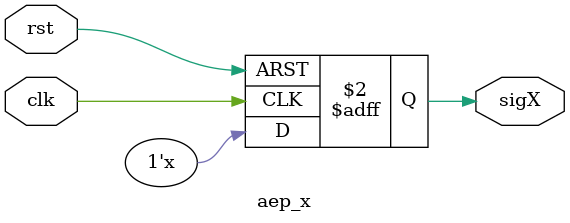
<source format=v>
module aep_x (input clk,
              input rst,
              output reg sigX);

   always @(posedge clk or posedge rst)
     if (rst) sigX <= 1'bx;
     else
       sigX <= 1'bx;
endmodule

</source>
